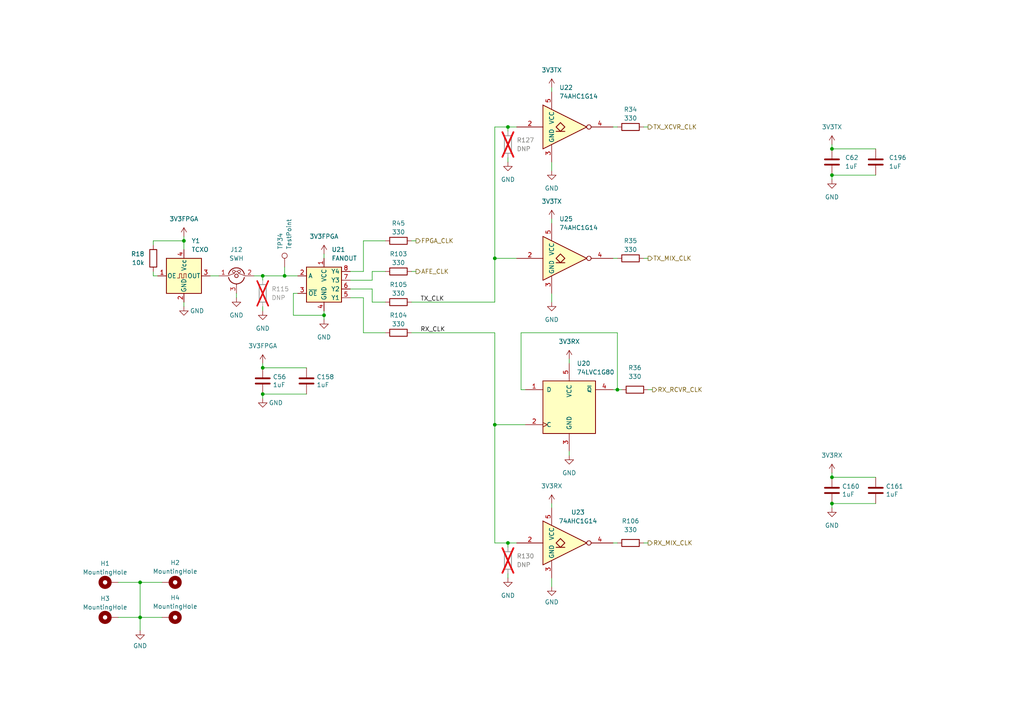
<source format=kicad_sch>
(kicad_sch (version 20230121) (generator eeschema)
  (paper "A4")
  (title_block (title "${TITLE}") (date "${DATE}") (rev "${VERSION}") (company "${COPYRIGHT}") (comment 1 "${LICENSE}"))
  (lib_symbols
    (symbol "74xGxx:74AUP1G80" (pin_names (offset 1.016))
      (property "Reference" "U" (at -2.54 5.08 0))
      (property "Value" "74AUP1G80" (at 0 -5.08 0))
      (symbol "74AUP1G80_0_1"
        (rectangle (start -7.62 7.62) (end 7.62 -7.62) (stroke (width 0.254)) (fill (type background)))
      )
      (symbol "74AUP1G80_1_1"
        (pin input line (at -12.7 5.08 0) (length 5.08) (name "D") (number "1"))
        (pin input clock (at -12.7 -5.08 0) (length 5.08) (name "C") (number "2"))
        (pin power_in line (at 0 -12.7 90) (length 5.08) (name "GND") (number "3"))
        (pin output line (at 12.7 5.08 180) (length 5.08) (name "~{Q}") (number "4"))
        (pin power_in line (at 0 12.7 270) (length 5.08) (name "VCC") (number "5"))
      )
    )
    (symbol "74xGxx:74LVC1G06"
      (property "Reference" "U" (at 0 7.62 0))
      (property "Value" "74LVC1G06" (at 2.54 -7.62 0))
      (symbol "74LVC1G06_0_1"
        (polyline (pts (xy -3.81 -1.27) (xy -1.27 -1.27)) (stroke (width 0.254)) (fill (type background)))
        (polyline (pts (xy -7.62 6.35) (xy -7.62 -6.35) (xy 5.08 0) (xy -7.62 6.35)) (stroke (width 0.254)) (fill (type background)))
        (polyline (pts (xy -2.54 1.27) (xy -3.81 0) (xy -2.54 -1.27) (xy -1.27 0) (xy -2.54 1.27)) (stroke (width 0.254)) (fill (type background)))
      )
      (symbol "74LVC1G06_1_1"
        (pin input line (at -15.24 0 0) (length 7.62) (name "~") (number "2"))
        (pin power_in line (at -5.08 -10.16 90) (length 5.08) (name "GND") (number "3"))
        (pin open_collector inverted (at 12.7 0 180) (length 7.62) (name "~") (number "4"))
        (pin power_in line (at -5.08 10.16 270) (length 5.08) (name "VCC") (number "5"))
      )
    )
    (symbol "Connector:TestPoint" (pin_numbers hide) (pin_names (offset 0.762) hide)
      (property "Reference" "TP" (at 0 6.858 0))
      (property "Value" "TestPoint" (at 0 5.08 0))
      (symbol "TestPoint_0_1"
        (circle (center 0 3.302) (radius 0.762))
      )
      (symbol "TestPoint_1_1"
        (pin passive line (at 0 0 90) (length 2.54) (name "1") (number "1"))
      )
    )
    (symbol "Device:C" (pin_numbers hide) (pin_names (offset 0.254))
      (property "Reference" "C" (at 0.635 2.54 0))
      (property "Value" "C" (at 0.635 -2.54 0))
      (symbol "C_0_1"
        (polyline (pts (xy -2.032 -0.762) (xy 2.032 -0.762)) (stroke (width 0.508)))
        (polyline (pts (xy -2.032 0.762) (xy 2.032 0.762)) (stroke (width 0.508)))
      )
      (symbol "C_1_1"
        (pin passive line (at 0 3.81 270) (length 2.794) (name "~") (number "1"))
        (pin passive line (at 0 -3.81 90) (length 2.794) (name "~") (number "2"))
      )
    )
    (symbol "Device:R" (pin_numbers hide) (pin_names (offset 0))
      (property "Reference" "R" (at 2.032 0 90))
      (property "Value" "R" (at 0 0 90))
      (symbol "R_0_1"
        (rectangle (start -1.016 -2.54) (end 1.016 2.54) (stroke (width 0.254)))
      )
      (symbol "R_1_1"
        (pin passive line (at 0 3.81 270) (length 1.27) (name "~") (number "1"))
        (pin passive line (at 0 -3.81 90) (length 1.27) (name "~") (number "2"))
      )
    )
    (symbol "GND_2" (power) (pin_names (offset 0))
      (property "Value" "GND_2" (at 0 -3.81 0))
      (symbol "GND_2_0_1"
        (polyline (pts (xy 0 0) (xy 0 -1.27) (xy 1.27 -1.27) (xy 0 -2.54) (xy -1.27 -1.27) (xy 0 -1.27)))
      )
      (symbol "GND_2_1_1"
        (pin power_in line (at 0 0 270) (length 0) hide (name "GND") (number "1"))
      )
    )
    (symbol "Mechanical:MountingHole_Pad" (pin_numbers hide) (pin_names (offset 1.016) hide)
      (property "Reference" "H" (at 0 6.35 0))
      (property "Value" "MountingHole_Pad" (at 0 4.445 0))
      (symbol "MountingHole_Pad_0_1"
        (circle (center 0 1.27) (radius 1.27) (stroke (width 1.27)))
      )
      (symbol "MountingHole_Pad_1_1"
        (pin input line (at 0 -2.54 90) (length 2.54) (name "1") (number "1"))
      )
    )
    (symbol "Oscillator:SG-210SCD" (pin_names (offset 0.254))
      (property "Reference" "X" (at -5.08 6.35 0))
      (property "Value" "SG-210SCD" (at 1.27 -6.35 0))
      (symbol "SG-210SCD_0_1"
        (rectangle (start -5.08 5.08) (end 5.08 -5.08) (stroke (width 0.254)) (fill (type background)))
        (polyline (pts (xy -1.905 -0.635) (xy -1.27 -0.635) (xy -1.27 0.635) (xy -0.635 0.635) (xy -0.635 -0.635) (xy 0 -0.635) (xy 0 0.635) (xy 0.635 0.635) (xy 0.635 -0.635)))
      )
      (symbol "SG-210SCD_1_1"
        (pin input line (at -7.62 0 0) (length 2.54) (name "OE") (number "1"))
        (pin power_in line (at 0 -7.62 90) (length 2.54) (name "GND") (number "2"))
        (pin output line (at 7.62 0 180) (length 2.54) (name "OUT") (number "3"))
        (pin power_in line (at 0 7.62 270) (length 2.54) (name "Vcc") (number "4"))
      )
    )
    (symbol "power:GND" (power) (pin_names (offset 0))
      (property "Value" "GND" (at 0 -3.81 0))
      (symbol "GND_0_1"
        (polyline (pts (xy 0 0) (xy 0 -1.27) (xy 1.27 -1.27) (xy 0 -2.54) (xy -1.27 -1.27) (xy 0 -1.27)))
      )
      (symbol "GND_1_1"
        (pin power_in line (at 0 0 270) (length 0) hide (name "GND") (number "1"))
      )
    )
    (symbol "radio:Conn_Coaxial_MM8930-2620" (pin_names (offset 1.016) hide)
      (property "Reference" "J" (at 0 6.35 0))
      (property "Value" "Conn_Coaxial_MM8930-2620" (at 0 3.81 0))
      (symbol "Conn_Coaxial_MM8930-2620_0_1"
        (arc (start -2.286 -0.4572) (mid 0 -2.3239) (end 2.286 -0.4572) (stroke (width 0.254)))
        (circle (center -0.762 1.27) (radius 0.381))
        (polyline (pts (xy -2.54 0) (xy -0.508 0.762)))
        (polyline (pts (xy -0.3556 1.27) (xy 0.3556 1.27)))
        (polyline (pts (xy 0 -2.54) (xy 0 -2.3368)))
        (polyline (pts (xy 2.54 0) (xy 0.508 0.762)))
        (circle (center 0 0) (radius 0.508) (stroke (width 0.2032)))
        (circle (center 0.762 1.27) (radius 0.381))
        (arc (start 2.286 0.4572) (mid 0 2.3307) (end -2.286 0.4572) (stroke (width 0.254)))
      )
      (symbol "Conn_Coaxial_MM8930-2620_1_1"
        (pin passive line (at -5.08 0 0) (length 2.54) (name "C") (number "1"))
        (pin passive line (at 5.08 0 180) (length 2.54) (name "R") (number "2"))
        (pin passive line (at 0 -5.08 90) (length 2.54) (name "Ext") (number "3"))
      )
    )
    (symbol "support_hardware:3V3FPGA" (power) (pin_names (offset 0))
      (property "Value" "3V3FPGA" (at 0 3.81 0))
      (symbol "3V3FPGA_0_1"
        (polyline (pts (xy -0.762 1.27) (xy 0 2.54)))
        (polyline (pts (xy 0 0) (xy 0 2.54)))
        (polyline (pts (xy 0 2.54) (xy 0.762 1.27)))
      )
      (symbol "3V3FPGA_1_1"
        (pin power_in line (at 0 0 90) (length 0) hide (name "3V3FPGA") (number "1"))
      )
    )
    (symbol "support_hardware:3V3RX" (power) (pin_names (offset 0))
      (property "Value" "3V3RX" (at 0 3.81 0))
      (symbol "3V3RX_0_1"
        (polyline (pts (xy -0.762 1.27) (xy 0 2.54)))
        (polyline (pts (xy 0 0) (xy 0 2.54)))
        (polyline (pts (xy 0 2.54) (xy 0.762 1.27)))
      )
      (symbol "3V3RX_1_1"
        (pin power_in line (at 0 0 90) (length 0) hide (name "3V3RX") (number "1"))
      )
    )
    (symbol "support_hardware:3V3TX" (power) (pin_names (offset 0))
      (property "Value" "3V3TX" (at 0 3.81 0))
      (symbol "3V3TX_0_1"
        (polyline (pts (xy -0.762 1.27) (xy 0 2.54)))
        (polyline (pts (xy 0 0) (xy 0 2.54)))
        (polyline (pts (xy 0 2.54) (xy 0.762 1.27)))
      )
      (symbol "3V3TX_1_1"
        (pin power_in line (at 0 0 90) (length 0) hide (name "3V3TX") (number "1"))
      )
    )
    (symbol "support_hardware:74AVC9112"
      (property "Reference" "U" (at 0 0 0))
      (property "Value" "74AVC9112" (at 0 0 0))
      (symbol "74AVC9112_0_0"
        (pin power_in line (at 0 7.62 270) (length 2.54) (name "VCC") (number "1"))
        (pin input line (at -7.62 2.54 0) (length 2.54) (name "A") (number "2"))
        (pin input line (at -7.62 -2.54 0) (length 2.54) (name "~{OE}") (number "3"))
        (pin power_in line (at 0 -7.62 90) (length 2.54) (name "GND") (number "4"))
        (pin output line (at 7.62 -3.81 180) (length 2.54) (name "Y1") (number "5"))
        (pin output line (at 7.62 -1.27 180) (length 2.54) (name "Y2") (number "6"))
        (pin output line (at 7.62 1.27 180) (length 2.54) (name "Y3") (number "7"))
        (pin output line (at 7.62 3.81 180) (length 2.54) (name "Y4") (number "8"))
      )
      (symbol "74AVC9112_1_1"
        (rectangle (start -5.08 5.08) (end 5.08 -5.08) (stroke (width 0.254)) (fill (type background)))
      )
    )
  )
  (junction (at 241.3 138.43))
  (junction (at 53.34 69.85))
  (junction (at 147.32 157.48))
  (junction (at 40.64 168.91))
  (junction (at 241.3 43.18))
  (junction (at 82.55 80.01))
  (junction (at 143.51 123.19))
  (junction (at 76.2 114.3))
  (junction (at 76.2 80.01))
  (junction (at 93.98 91.44))
  (junction (at 143.51 74.93))
  (junction (at 179.07 113.03))
  (junction (at 147.32 36.83))
  (junction (at 76.2 106.68))
  (junction (at 40.64 179.07))
  (junction (at 241.3 146.05))
  (junction (at 241.3 50.8))
  (wire (pts (xy 179.07 96.52) (xy 179.07 113.03)))
  (wire (pts (xy 93.98 73.66) (xy 93.98 74.93)))
  (wire (pts (xy 45.72 80.01) (xy 44.45 80.01)))
  (wire (pts (xy 68.58 85.09) (xy 68.58 86.36)))
  (wire (pts (xy 151.13 96.52) (xy 179.07 96.52)))
  (wire (pts (xy 177.8 36.83) (xy 179.07 36.83)))
  (wire (pts (xy 143.51 36.83) (xy 147.32 36.83)))
  (wire (pts (xy 101.6 81.28) (xy 107.95 81.28)))
  (wire (pts (xy 143.51 87.63) (xy 143.51 74.93)))
  (wire (pts (xy 101.6 86.36) (xy 105.41 86.36)))
  (wire (pts (xy 93.98 91.44) (xy 93.98 92.71)))
  (wire (pts (xy 241.3 41.91) (xy 241.3 43.18)))
  (wire (pts (xy 82.55 77.47) (xy 82.55 80.01)))
  (wire (pts (xy 101.6 78.74) (xy 105.41 78.74)))
  (wire (pts (xy 93.98 91.44) (xy 93.98 90.17)))
  (wire (pts (xy 241.3 50.8) (xy 241.3 52.07)))
  (wire (pts (xy 160.02 85.09) (xy 160.02 87.63)))
  (wire (pts (xy 53.34 69.85) (xy 53.34 72.39)))
  (wire (pts (xy 44.45 78.74) (xy 44.45 80.01)))
  (wire (pts (xy 101.6 83.82) (xy 107.95 83.82)))
  (wire (pts (xy 143.51 123.19) (xy 143.51 96.52)))
  (wire (pts (xy 143.51 96.52) (xy 119.38 96.52)))
  (wire (pts (xy 160.02 167.64) (xy 160.02 170.18)))
  (wire (pts (xy 143.51 87.63) (xy 119.38 87.63)))
  (wire (pts (xy 40.64 179.07) (xy 34.29 179.07)))
  (wire (pts (xy 119.38 69.85) (xy 120.65 69.85)))
  (wire (pts (xy 40.64 182.88) (xy 40.64 179.07)))
  (wire (pts (xy 241.3 138.43) (xy 254 138.43)))
  (wire (pts (xy 76.2 106.68) (xy 88.9 106.68)))
  (wire (pts (xy 160.02 63.5) (xy 160.02 64.77)))
  (wire (pts (xy 147.32 166.37) (xy 147.32 167.64)))
  (wire (pts (xy 76.2 88.9) (xy 76.2 90.17)))
  (wire (pts (xy 85.09 85.09) (xy 85.09 91.44)))
  (wire (pts (xy 60.96 80.01) (xy 63.5 80.01)))
  (wire (pts (xy 105.41 69.85) (xy 111.76 69.85)))
  (wire (pts (xy 187.96 113.03) (xy 189.23 113.03)))
  (wire (pts (xy 241.3 43.18) (xy 254 43.18)))
  (wire (pts (xy 241.3 50.8) (xy 254 50.8)))
  (wire (pts (xy 76.2 80.01) (xy 82.55 80.01)))
  (wire (pts (xy 186.69 157.48) (xy 187.96 157.48)))
  (wire (pts (xy 147.32 157.48) (xy 149.86 157.48)))
  (wire (pts (xy 179.07 113.03) (xy 180.34 113.03)))
  (wire (pts (xy 160.02 46.99) (xy 160.02 49.53)))
  (wire (pts (xy 147.32 36.83) (xy 147.32 38.1)))
  (wire (pts (xy 53.34 68.58) (xy 53.34 69.85)))
  (wire (pts (xy 147.32 36.83) (xy 149.86 36.83)))
  (wire (pts (xy 85.09 91.44) (xy 93.98 91.44)))
  (wire (pts (xy 147.32 45.72) (xy 147.32 46.99)))
  (wire (pts (xy 177.8 157.48) (xy 179.07 157.48)))
  (wire (pts (xy 44.45 69.85) (xy 44.45 71.12)))
  (wire (pts (xy 76.2 114.3) (xy 76.2 115.57)))
  (wire (pts (xy 82.55 80.01) (xy 86.36 80.01)))
  (wire (pts (xy 143.51 74.93) (xy 149.86 74.93)))
  (wire (pts (xy 143.51 157.48) (xy 147.32 157.48)))
  (wire (pts (xy 105.41 86.36) (xy 105.41 96.52)))
  (wire (pts (xy 187.96 36.83) (xy 186.69 36.83)))
  (wire (pts (xy 143.51 123.19) (xy 152.4 123.19)))
  (wire (pts (xy 107.95 83.82) (xy 107.95 87.63)))
  (wire (pts (xy 143.51 157.48) (xy 143.51 123.19)))
  (wire (pts (xy 105.41 96.52) (xy 111.76 96.52)))
  (wire (pts (xy 73.66 80.01) (xy 76.2 80.01)))
  (wire (pts (xy 119.38 78.74) (xy 120.65 78.74)))
  (wire (pts (xy 40.64 179.07) (xy 46.99 179.07)))
  (wire (pts (xy 151.13 113.03) (xy 151.13 96.52)))
  (wire (pts (xy 165.1 130.81) (xy 165.1 132.08)))
  (wire (pts (xy 76.2 114.3) (xy 88.9 114.3)))
  (wire (pts (xy 179.07 113.03) (xy 177.8 113.03)))
  (wire (pts (xy 34.29 168.91) (xy 40.64 168.91)))
  (wire (pts (xy 40.64 168.91) (xy 46.99 168.91)))
  (wire (pts (xy 187.96 74.93) (xy 186.69 74.93)))
  (wire (pts (xy 160.02 25.4) (xy 160.02 26.67)))
  (wire (pts (xy 241.3 146.05) (xy 241.3 147.32)))
  (wire (pts (xy 86.36 85.09) (xy 85.09 85.09)))
  (wire (pts (xy 143.51 36.83) (xy 143.51 74.93)))
  (wire (pts (xy 241.3 137.16) (xy 241.3 138.43)))
  (wire (pts (xy 165.1 104.14) (xy 165.1 105.41)))
  (wire (pts (xy 76.2 105.41) (xy 76.2 106.68)))
  (wire (pts (xy 105.41 78.74) (xy 105.41 69.85)))
  (wire (pts (xy 152.4 113.03) (xy 151.13 113.03)))
  (wire (pts (xy 44.45 69.85) (xy 53.34 69.85)))
  (wire (pts (xy 107.95 78.74) (xy 111.76 78.74)))
  (wire (pts (xy 107.95 87.63) (xy 111.76 87.63)))
  (wire (pts (xy 40.64 168.91) (xy 40.64 179.07)))
  (wire (pts (xy 147.32 157.48) (xy 147.32 158.75)))
  (wire (pts (xy 53.34 88.9) (xy 53.34 87.63)))
  (wire (pts (xy 241.3 146.05) (xy 254 146.05)))
  (wire (pts (xy 177.8 74.93) (xy 179.07 74.93)))
  (wire (pts (xy 107.95 81.28) (xy 107.95 78.74)))
  (wire (pts (xy 76.2 80.01) (xy 76.2 81.28)))
  (wire (pts (xy 160.02 146.05) (xy 160.02 147.32)))
  (label "RX_CLK" (at 121.92 96.52 0))
  (label "TX_CLK" (at 121.92 87.63 0))
  (hierarchical_label "TX_XCVR_CLK" (shape output) (at 187.96 36.83 0))
  (hierarchical_label "RX_MIX_CLK" (shape output) (at 187.96 157.48 0))
  (hierarchical_label "RX_RCVR_CLK" (shape output) (at 189.23 113.03 0))
  (hierarchical_label "AFE_CLK" (shape output) (at 120.65 78.74 0))
  (hierarchical_label "FPGA_CLK" (shape output) (at 120.65 69.85 0))
  (hierarchical_label "TX_MIX_CLK" (shape output) (at 187.96 74.93 0))
  (symbol (lib_id "Device:R") (at 115.57 87.63 90) (unit 1)
    (property "Reference" "R105" (at 115.57 82.55 90))
    (property "Value" "330" (at 115.57 85.09 90))
    (property "Footprint" "Resistor_SMD:R_0402_1005Metric" (effects hide))
    (property "Part Number" "RC0402FR-13330RL" (effects hide))
    (property "Substitution" "any equivalent" (effects hide))
    (property "Description" "RES 330 OHM 1% 1/16W 0402" (effects hide))
    (property "Manufacturer" "Yageo" (effects hide))
  )
  (symbol (lib_id "Device:R") (at 147.32 162.56 0) (unit 1) (dnp yes)
    (property "Reference" "R130" (at 149.86 161.29 0) (effects (justify left)))
    (property "Value" "DNP" (at 149.86 163.83 0) (effects (justify left)))
    (property "Footprint" "Resistor_SMD:R_0402_1005Metric" (effects hide))
  )
  (symbol (lib_id "Device:C") (at 254 46.99 0) (unit 1)
    (property "Reference" "C196" (at 257.81 45.72 0) (effects (justify left)))
    (property "Value" "1uF" (at 257.81 48.26 0) (effects (justify left)))
    (property "Footprint" "Capacitor_SMD:C_0402_1005Metric" (effects hide))
    (property "Part Number" "CL05A105KP5NNNC" (effects hide))
    (property "Substitution" "any equivalent" (effects hide))
    (property "Description" "CAP CER 1UF 10V X5R 0402" (effects hide))
    (property "Manufacturer" "Samsung" (effects hide))
  )
  (symbol (lib_id "support_hardware:74AVC9112") (at 93.98 82.55 0) (unit 1)
    (property "Reference" "U21" (at 96.1741 72.39 0) (effects (justify left)))
    (property "Value" "FANOUT" (at 96.1741 74.93 0) (effects (justify left)))
    (property "Footprint" "mainboard:Nexperia_XSON-8_1.95x1mm_P0.5mm" (effects hide))
    (property "Datasheet" "https://assets.nexperia.com/documents/data-sheet/74AVC9112.pdf" (effects hide))
    (property "Manufacturer" "Nexperia" (effects hide))
    (property "Description" "IC CLK BUFFER 1:4 8XSON" (effects hide))
    (property "Part Number" "74AVC9112GTX" (effects hide))
  )
  (symbol (lib_id "74xGxx:74LVC1G06") (at 165.1 74.93 0) (unit 1)
    (property "Reference" "U25" (at 162.2141 63.5 0) (effects (justify left)))
    (property "Value" "74AHC1G14" (at 162.2141 66.04 0) (effects (justify left)))
    (property "Footprint" "Package_TO_SOT_SMD:SOT-353_SC-70-5" (effects hide))
    (property "Datasheet" "https://www.diodes.com/assets/Datasheets/74AHC1G14.pdf" (effects hide))
    (property "Description" "IC INVERT SCHMITT 1CH 1IN SOT353" (effects hide))
    (property "Manufacturer" "Diodes Inc." (effects hide))
    (property "Part Number" "74AHC1G14SE-7" (effects hide))
    (property "Substitution" "74AHC1G14" (effects hide))
  )
  (symbol (lib_name "GND_2") (lib_id "power:GND") (at 165.1 132.08 0) (unit 1)
    (property "Reference" "#PWR0145" (effects hide))
    (property "Value" "GND" (at 165.1 137.16 0))
  )
  (symbol (lib_id "Device:C") (at 88.9 110.49 0) (unit 1)
    (property "Reference" "C158" (at 91.821 109.3216 0) (effects (justify left)))
    (property "Value" "1uF" (at 91.821 111.633 0) (effects (justify left)))
    (property "Footprint" "Capacitor_SMD:C_0402_1005Metric" (effects hide))
    (property "Part Number" "CL05A105KP5NNNC" (effects hide))
    (property "Substitution" "any equivalent" (effects hide))
    (property "Description" "CAP CER 1UF 10V X5R 0402" (effects hide))
    (property "Manufacturer" "Samsung" (effects hide))
  )
  (symbol (lib_id "power:GND") (at 160.02 87.63 0) (mirror y) (unit 1)
    (property "Reference" "#PWR0312" (effects hide))
    (property "Value" "GND" (at 160.02 92.71 0))
  )
  (symbol (lib_id "Device:C") (at 241.3 142.24 0) (unit 1)
    (property "Reference" "C160" (at 244.221 141.0716 0) (effects (justify left)))
    (property "Value" "1uF" (at 244.221 143.383 0) (effects (justify left)))
    (property "Footprint" "Capacitor_SMD:C_0402_1005Metric" (effects hide))
    (property "Part Number" "CL05A105KP5NNNC" (effects hide))
    (property "Substitution" "any equivalent" (effects hide))
    (property "Description" "CAP CER 1UF 10V X5R 0402" (effects hide))
    (property "Manufacturer" "Samsung" (effects hide))
  )
  (symbol (lib_id "power:GND") (at 76.2 90.17 0) (unit 1)
    (property "Reference" "#PWR0189" (effects hide))
    (property "Value" "GND" (at 76.2 95.25 0))
  )
  (symbol (lib_id "Mechanical:MountingHole_Pad") (at 31.75 179.07 90) (unit 1) (in_bom no)
    (property "Reference" "H3" (at 30.48 173.5922 90))
    (property "Value" "MountingHole" (at 30.48 176.1291 90))
    (property "Footprint" "MountingHole:MountingHole_2.2mm_M2_Pad_Via" (effects hide))
  )
  (symbol (lib_id "Device:C") (at 241.3 46.99 0) (unit 1)
    (property "Reference" "C62" (at 245.11 45.72 0) (effects (justify left)))
    (property "Value" "1uF" (at 245.11 48.26 0) (effects (justify left)))
    (property "Footprint" "Capacitor_SMD:C_0402_1005Metric" (effects hide))
    (property "Part Number" "CL05A105KP5NNNC" (effects hide))
    (property "Substitution" "any equivalent" (effects hide))
    (property "Description" "CAP CER 1UF 10V X5R 0402" (effects hide))
    (property "Manufacturer" "Samsung" (effects hide))
  )
  (symbol (lib_id "power:GND") (at 241.3 147.32 0) (unit 1)
    (property "Reference" "#PWR0286" (effects hide))
    (property "Value" "GND" (at 241.3 152.4 0))
  )
  (symbol (lib_id "power:GND") (at 147.32 167.64 0) (unit 1)
    (property "Reference" "#PWR0339" (effects hide))
    (property "Value" "GND" (at 147.32 172.72 0))
  )
  (symbol (lib_id "power:GND") (at 160.02 49.53 0) (mirror y) (unit 1)
    (property "Reference" "#PWR0135" (effects hide))
    (property "Value" "GND" (at 160.02 54.61 0))
  )
  (symbol (lib_id "support_hardware:3V3FPGA") (at 93.98 73.66 0) (unit 1)
    (property "Reference" "#PWR0171" (effects hide))
    (property "Value" "3V3FPGA" (at 93.98 68.58 0))
  )
  (symbol (lib_id "74xGxx:74AUP1G80") (at 165.1 118.11 0) (unit 1)
    (property "Reference" "U20" (at 167.2941 105.41 0) (effects (justify left)))
    (property "Value" "74LVC1G80" (at 167.2941 107.95 0) (effects (justify left)))
    (property "Footprint" "Package_TO_SOT_SMD:SOT-353_SC-70-5" (effects hide))
    (property "Datasheet" "http://www.ti.com/lit/sg/scyt129e/scyt129e.pdf" (effects hide))
    (property "Description" "IC FF D-TYPE SNGL 1BIT SC70-5" (effects hide))
    (property "Manufacturer" "Texas Instruments" (effects hide))
    (property "Part Number" "SN74LVC1G80DCKR" (effects hide))
  )
  (symbol (lib_id "power:GND") (at 160.02 170.18 0) (mirror y) (unit 1)
    (property "Reference" "#PWR0143" (effects hide))
    (property "Value" "GND" (at 160.02 174.6234 0))
  )
  (symbol (lib_id "power:GND") (at 40.64 182.88 0) (unit 1)
    (property "Reference" "#PWR0174" (effects hide))
    (property "Value" "GND" (at 40.64 187.3234 0))
  )
  (symbol (lib_id "support_hardware:3V3RX") (at 241.3 137.16 0) (unit 1)
    (property "Reference" "#PWR0285" (effects hide))
    (property "Value" "3V3RX" (at 241.3 132.08 0))
  )
  (symbol (lib_id "Device:R") (at 147.32 41.91 0) (unit 1) (dnp yes)
    (property "Reference" "R127" (at 149.86 40.64 0) (effects (justify left)))
    (property "Value" "DNP" (at 149.86 43.18 0) (effects (justify left)))
    (property "Footprint" "Resistor_SMD:R_0402_1005Metric" (effects hide))
  )
  (symbol (lib_id "Device:R") (at 44.45 74.93 0) (mirror y) (unit 1)
    (property "Reference" "R18" (at 41.91 73.66 0) (effects (justify left)))
    (property "Value" "10k" (at 41.91 76.2 0) (effects (justify left)))
    (property "Footprint" "Resistor_SMD:R_0402_1005Metric" (effects hide))
    (property "Part Number" "RC0402JR-0710KL" (effects hide))
    (property "Substitution" "any equivalent" (effects hide))
    (property "Description" "RES 10K OHM 5% 1/16W 0402" (effects hide))
    (property "Manufacturer" "Yageo" (effects hide))
  )
  (symbol (lib_id "Device:R") (at 76.2 85.09 0) (unit 1) (dnp yes)
    (property "Reference" "R115" (at 78.74 83.82 0) (effects (justify left)))
    (property "Value" "DNP" (at 78.74 86.36 0) (effects (justify left)))
    (property "Footprint" "Resistor_SMD:R_0402_1005Metric" (effects hide))
  )
  (symbol (lib_id "power:GND") (at 241.3 52.07 0) (unit 1)
    (property "Reference" "#PWR0137" (effects hide))
    (property "Value" "GND" (at 241.3 57.15 0))
  )
  (symbol (lib_id "Device:C") (at 254 142.24 0) (unit 1)
    (property "Reference" "C161" (at 256.921 141.0716 0) (effects (justify left)))
    (property "Value" "1uF" (at 256.921 143.383 0) (effects (justify left)))
    (property "Footprint" "Capacitor_SMD:C_0402_1005Metric" (effects hide))
    (property "Part Number" "CL05A105KP5NNNC" (effects hide))
    (property "Substitution" "any equivalent" (effects hide))
    (property "Description" "CAP CER 1UF 10V X5R 0402" (effects hide))
    (property "Manufacturer" "Samsung" (effects hide))
  )
  (symbol (lib_id "support_hardware:3V3TX") (at 160.02 25.4 0) (unit 1)
    (property "Reference" "#PWR0134" (effects hide))
    (property "Value" "3V3TX" (at 160.02 20.32 0))
  )
  (symbol (lib_id "Device:R") (at 115.57 69.85 90) (unit 1)
    (property "Reference" "R45" (at 115.57 64.77 90))
    (property "Value" "330" (at 115.57 67.31 90))
    (property "Footprint" "Resistor_SMD:R_0402_1005Metric" (effects hide))
    (property "Part Number" "RC0402FR-13330RL" (effects hide))
    (property "Substitution" "any equivalent" (effects hide))
    (property "Description" "RES 330 OHM 1% 1/16W 0402" (effects hide))
    (property "Manufacturer" "Yageo" (effects hide))
  )
  (symbol (lib_id "Device:R") (at 184.15 113.03 270) (unit 1)
    (property "Reference" "R36" (at 184.15 106.68 90))
    (property "Value" "330" (at 184.15 109.22 90))
    (property "Footprint" "Resistor_SMD:R_0402_1005Metric" (effects hide))
    (property "Part Number" "RC0402FR-13330RL" (effects hide))
    (property "Substitution" "any equivalent" (effects hide))
    (property "Description" "RES 330 OHM 1% 1/16W 0402" (effects hide))
    (property "Manufacturer" "Yageo" (effects hide))
  )
  (symbol (lib_id "Device:R") (at 115.57 96.52 90) (unit 1)
    (property "Reference" "R104" (at 115.57 91.44 90))
    (property "Value" "330" (at 115.57 93.98 90))
    (property "Footprint" "Resistor_SMD:R_0402_1005Metric" (effects hide))
    (property "Part Number" "RC0402FR-13330RL" (effects hide))
    (property "Substitution" "any equivalent" (effects hide))
    (property "Description" "RES 330 OHM 1% 1/16W 0402" (effects hide))
    (property "Manufacturer" "Yageo" (effects hide))
  )
  (symbol (lib_id "Mechanical:MountingHole_Pad") (at 49.53 168.91 270) (unit 1) (in_bom no)
    (property "Reference" "H2" (at 50.8 163.1981 90))
    (property "Value" "MountingHole" (at 50.8 165.735 90))
    (property "Footprint" "MountingHole:MountingHole_2.2mm_M2_Pad_Via" (effects hide))
  )
  (symbol (lib_id "power:GND") (at 93.98 92.71 0) (unit 1)
    (property "Reference" "#PWR042" (effects hide))
    (property "Value" "GND" (at 93.98 97.79 0))
  )
  (symbol (lib_id "support_hardware:3V3RX") (at 160.02 146.05 0) (unit 1)
    (property "Reference" "#PWR0141" (effects hide))
    (property "Value" "3V3RX" (at 160.02 140.97 0))
  )
  (symbol (lib_id "Connector:TestPoint") (at 82.55 77.47 0) (unit 1) (in_bom no)
    (property "Reference" "TP34" (at 81.28 72.39 90) (effects (justify left)))
    (property "Value" "TestPoint" (at 83.82 72.39 90) (effects (justify left)))
    (property "Footprint" "TestPoint:TestPoint_Pad_D1.0mm" (effects hide))
  )
  (symbol (lib_id "Device:C") (at 76.2 110.49 0) (unit 1)
    (property "Reference" "C56" (at 79.121 109.3216 0) (effects (justify left)))
    (property "Value" "1uF" (at 79.121 111.633 0) (effects (justify left)))
    (property "Footprint" "Capacitor_SMD:C_0402_1005Metric" (effects hide))
    (property "Part Number" "CL05A105KP5NNNC" (effects hide))
    (property "Substitution" "any equivalent" (effects hide))
    (property "Description" "CAP CER 1UF 10V X5R 0402" (effects hide))
    (property "Manufacturer" "Samsung" (effects hide))
  )
  (symbol (lib_id "Device:R") (at 182.88 74.93 90) (unit 1)
    (property "Reference" "R35" (at 182.88 69.85 90))
    (property "Value" "330" (at 182.88 72.39 90))
    (property "Footprint" "Resistor_SMD:R_0402_1005Metric" (effects hide))
    (property "Part Number" "RC0402FR-13330RL" (effects hide))
    (property "Substitution" "any equivalent" (effects hide))
    (property "Description" "RES 330 OHM 1% 1/16W 0402" (effects hide))
    (property "Manufacturer" "Yageo" (effects hide))
  )
  (symbol (lib_id "power:GND") (at 53.34 88.9 0) (unit 1)
    (property "Reference" "#PWR0173" (effects hide))
    (property "Value" "GND" (at 57.15 90.17 0))
  )
  (symbol (lib_id "Mechanical:MountingHole_Pad") (at 31.75 168.91 90) (unit 1) (in_bom no)
    (property "Reference" "H1" (at 30.48 163.4322 90))
    (property "Value" "MountingHole" (at 30.48 165.9691 90))
    (property "Footprint" "MountingHole:MountingHole_2.2mm_M2_Pad_Via" (effects hide))
  )
  (symbol (lib_id "Device:R") (at 182.88 36.83 90) (unit 1)
    (property "Reference" "R34" (at 182.88 31.75 90))
    (property "Value" "330" (at 182.88 34.29 90))
    (property "Footprint" "Resistor_SMD:R_0402_1005Metric" (effects hide))
    (property "Part Number" "RC0402FR-13330RL" (effects hide))
    (property "Substitution" "any equivalent" (effects hide))
    (property "Description" "RES 330 OHM 1% 1/16W 0402" (effects hide))
    (property "Manufacturer" "Yageo" (effects hide))
  )
  (symbol (lib_id "Device:R") (at 115.57 78.74 90) (unit 1)
    (property "Reference" "R103" (at 115.57 73.66 90))
    (property "Value" "330" (at 115.57 76.2 90))
    (property "Footprint" "Resistor_SMD:R_0402_1005Metric" (effects hide))
    (property "Part Number" "RC0402FR-13330RL" (effects hide))
    (property "Substitution" "any equivalent" (effects hide))
    (property "Description" "RES 330 OHM 1% 1/16W 0402" (effects hide))
    (property "Manufacturer" "Yageo" (effects hide))
  )
  (symbol (lib_id "74xGxx:74LVC1G06") (at 165.1 36.83 0) (unit 1)
    (property "Reference" "U22" (at 162.2141 25.4 0) (effects (justify left)))
    (property "Value" "74AHC1G14" (at 162.2141 27.94 0) (effects (justify left)))
    (property "Footprint" "Package_TO_SOT_SMD:SOT-353_SC-70-5" (effects hide))
    (property "Datasheet" "https://www.diodes.com/assets/Datasheets/74AHC1G14.pdf" (effects hide))
    (property "Description" "IC INVERT SCHMITT 1CH 1IN SOT353" (effects hide))
    (property "Manufacturer" "Diodes Inc." (effects hide))
    (property "Part Number" "74AHC1G14SE-7" (effects hide))
  )
  (symbol (lib_id "support_hardware:3V3FPGA") (at 76.2 105.41 0) (unit 1)
    (property "Reference" "#PWR0170" (effects hide))
    (property "Value" "3V3FPGA" (at 76.2 100.33 0))
  )
  (symbol (lib_id "radio:Conn_Coaxial_MM8930-2620") (at 68.58 80.01 0) (unit 1)
    (property "Reference" "J12" (at 68.58 72.39 0))
    (property "Value" "SWH" (at 68.58 74.93 0))
    (property "Footprint" "mainboard:Murata_SWH_MM8930-26xx" (effects hide))
    (property "Datasheet" "https://www.murata.com/-/media/webrenewal/support/library/catalog/products/connector/o30e.ashx" (effects hide))
    (property "Description" "COAX CONN TWO-WAY" (effects hide))
    (property "Manufacturer" "Murata" (effects hide))
    (property "Part Number" "MM8930-2620RJ4" (effects hide))
    (property "Substitution" "MM8930-2620RK15" (effects hide))
  )
  (symbol (lib_id "power:GND") (at 76.2 115.57 0) (unit 1)
    (property "Reference" "#PWR0172" (effects hide))
    (property "Value" "GND" (at 80.01 116.84 0))
  )
  (symbol (lib_id "support_hardware:3V3TX") (at 160.02 63.5 0) (unit 1)
    (property "Reference" "#PWR0311" (effects hide))
    (property "Value" "3V3TX" (at 160.02 58.42 0))
  )
  (symbol (lib_id "power:GND") (at 68.58 86.36 0) (unit 1)
    (property "Reference" "#PWR023" (effects hide))
    (property "Value" "GND" (at 68.58 91.44 0))
    (instances (project "ununs" (path "" (reference "#PWR023") (unit 1))) (project "mainboard" (path "" (reference "#PWR0304") (unit 1))))
  )
  (symbol (lib_id "support_hardware:3V3FPGA") (at 53.34 68.58 0) (unit 1)
    (property "Reference" "#PWR0129" (effects hide))
    (property "Value" "3V3FPGA" (at 53.34 63.5 0))
  )
  (symbol (lib_id "Oscillator:SG-210SCD") (at 53.34 80.01 0) (unit 1)
    (property "Reference" "Y1" (at 55.5341 69.85 0) (effects (justify left)))
    (property "Value" "TCXO" (at 55.5341 72.39 0) (effects (justify left)))
    (property "Footprint" "Oscillator:Oscillator_SMD_Kyocera_KC2520Z-4Pin_2.5x2.0mm" (effects hide))
    (property "Datasheet" "https://www.raltron.com/webproducts/specs/TCXO/RTXE-2520ED333-C-40.000-TR.pdf" (effects hide))
    (property "Description" "XTAL OSC TCXO 40MHZ 3.3V HCMOS" (effects hide))
    (property "Manufacturer" "Raltron" (effects hide))
    (property "Part Number" "RTXE-2520ED333-C-40.000-TR" (effects hide))
  )
  (symbol (lib_id "support_hardware:3V3TX") (at 241.3 41.91 0) (unit 1)
    (property "Reference" "#PWR0136" (effects hide))
    (property "Value" "3V3TX" (at 241.3 36.83 0))
  )
  (symbol (lib_id "74xGxx:74LVC1G06") (at 165.1 157.48 0) (unit 1)
    (property "Reference" "U23" (at 167.64 148.59 0))
    (property "Value" "74AHC1G14" (at 167.64 151.13 0))
    (property "Footprint" "Package_TO_SOT_SMD:SOT-353_SC-70-5" (effects hide))
    (property "Datasheet" "https://www.diodes.com/assets/Datasheets/74AHC1G14.pdf" (effects hide))
    (property "Description" "IC INVERT SCHMITT 1CH 1IN SOT353" (effects hide))
    (property "Manufacturer" "Diodes Inc." (effects hide))
    (property "Part Number" "74AHC1G14SE-7" (effects hide))
    (property "Substitution" "74AHC1G14" (effects hide))
  )
  (symbol (lib_id "Device:R") (at 182.88 157.48 90) (unit 1)
    (property "Reference" "R106" (at 182.88 151.13 90))
    (property "Value" "330" (at 182.88 153.67 90))
    (property "Footprint" "Resistor_SMD:R_0402_1005Metric" (effects hide))
    (property "Part Number" "RC0402FR-13330RL" (effects hide))
    (property "Substitution" "any equivalent" (effects hide))
    (property "Description" "RES 330 OHM 1% 1/16W 0402" (effects hide))
    (property "Manufacturer" "Yageo" (effects hide))
  )
  (symbol (lib_id "support_hardware:3V3RX") (at 165.1 104.14 0) (unit 1)
    (property "Reference" "#PWR0144" (effects hide))
    (property "Value" "3V3RX" (at 165.1 99.06 0))
  )
  (symbol (lib_id "Mechanical:MountingHole_Pad") (at 49.53 179.07 270) (unit 1) (in_bom no)
    (property "Reference" "H4" (at 50.8 173.3581 90))
    (property "Value" "MountingHole" (at 50.8 175.895 90))
    (property "Footprint" "MountingHole:MountingHole_2.2mm_M2_Pad_Via" (effects hide))
  )
  (symbol (lib_id "power:GND") (at 147.32 46.99 0) (unit 1)
    (property "Reference" "#PWR0336" (effects hide))
    (property "Value" "GND" (at 147.32 52.07 0))
  )
)
</source>
